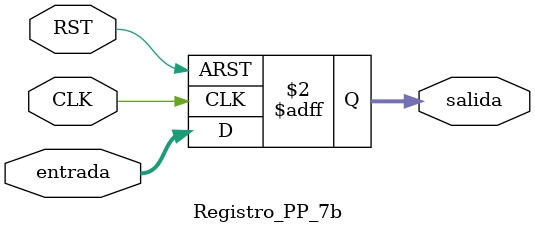
<source format=v>
`timescale 1ns / 1ps


module Registro_PP_7b(input [6:0] entrada, input RST, input CLK, output reg [6:0] salida
    );
    always @(posedge CLK or posedge RST)
        if (RST) begin
            salida <= 7'd0;
        end
        else begin
            salida <= entrada;
        end
endmodule

</source>
